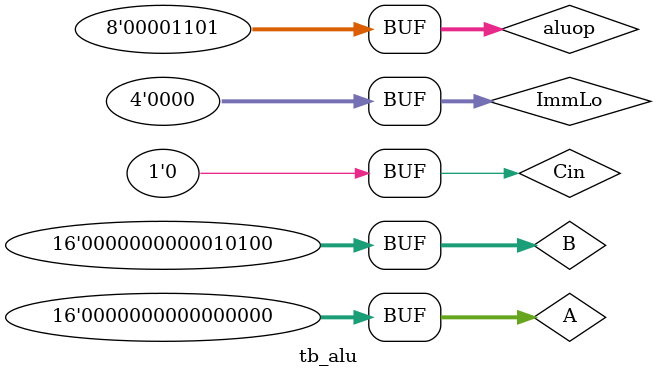
<source format=v>
`timescale 1ns / 1ps
module tb_alu;

parameter WIDTH = 16;
reg [WIDTH-1:0] A, B;
reg [7:0] aluop;
reg [3:0] ImmLo;
reg Cin;
wire [WIDTH-1:0] Result;
wire [4:0] Flags; //CLFZN


alu	AA (A, B, Cin, aluop, ImmLo, Flags, Result);

initial begin
ImmLo = 0;
Cin = 0;
#5

// test add
aluop = 8'b00000101;
A = 8;
B = 9;
#5

// test sub
aluop = 8'b00001001;
A = 321;
B = 300;
#5


// test cmp
aluop = 8'b00001011;
A = 90;
B = 90;
#5

// and
aluop = 8'b00000001;
A = 3;
B = 1;
#5

// xor
aluop = 8'b00000011;
A = 5;
B = 0;
#5

// mov
aluop = 8'b00001101;
A = 0;
B = 20;
#5;

end

endmodule 
</source>
